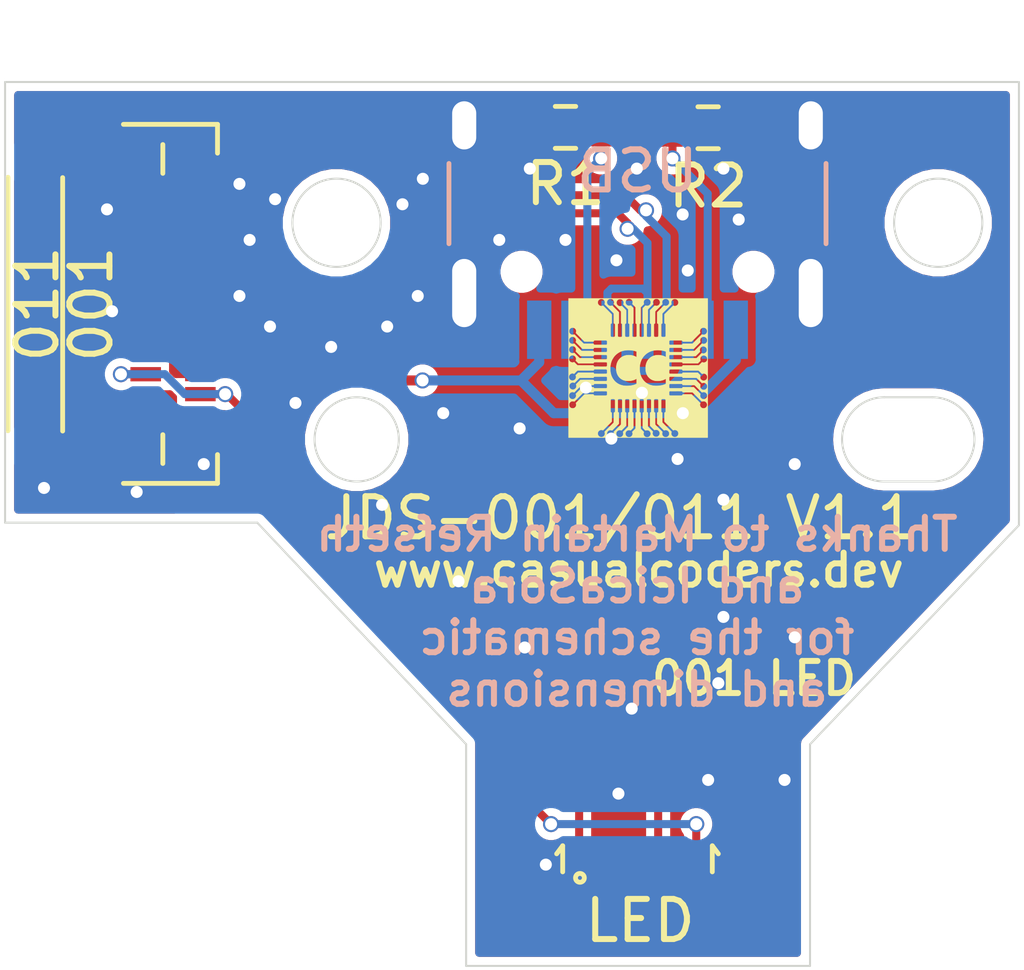
<source format=kicad_pcb>
(kicad_pcb (version 20171130) (host pcbnew "(5.1.10)-1")
  (layers (0 F.Cu signal) (31 B.Cu signal) (34 B.Paste user hide) (35 F.Paste user hide) (36 B.SilkS user) (37 F.SilkS user) (38 B.Mask user) (39 F.Mask user) (44 Edge.Cuts user))
  (net 0 "")
  (net 1 GND)
  (net 2 "Net-(J1-PadB5)")
  (net 3 "Net-(J1-PadA8)")
  (net 4 "Net-(J1-PadA5)")
  (net 5 "Net-(J1-PadB8)")
  (net 6 /d-)
  (net 7 /d+)
  (net 8 VCC)
  (net 9 /B)
  (net 10 /R)
  (net 11 /G)
  (net 12 /Annode)
  (module "MSL0104RGB:3.5mm CC_Logo" (layer F.Cu) (at 119.92 60.47)
    (fp_text reference G*** hide)
    (fp_text value LOGO hide)
  )
  (module Resistor_SMD:R_0603_1608Metric_Pad0.98x0.95mm_HandSolder (layer F.Cu) (at 121.666 54.48 180)
    (fp_text reference R2 (at 0 -1.4591) (layer F.SilkS))
    (fp_text value 5.1k)
    (pad 2 smd roundrect (at 0.9125 0 180) (size 0.975 0.95) (layers F.Cu F.Paste F.Mask) (net 2 "Net-(J1-PadB5)"))
    (pad 1 smd roundrect (at -0.9125 0 180) (size 0.975 0.95) (layers F.Cu F.Paste F.Mask) (net 1 GND))
  )
  (module Resistor_SMD:R_0603_1608Metric_Pad0.98x0.95mm_HandSolder (layer F.Cu) (at 118.11 54.4709)
    (fp_text reference R1 (at 0 1.4091) (layer F.SilkS))
    (fp_text value 5.1k)
    (pad 1 smd roundrect (at -0.9125 0) (size 0.975 0.95) (layers F.Cu F.Paste F.Mask) (net 1 GND))
    (pad 2 smd roundrect (at 0.9125 0) (size 0.975 0.95) (layers F.Cu F.Paste F.Mask) (net 4 "Net-(J1-PadA5)"))
  )
  (module Connector_USB:USB_C_Receptacle_HRO_TYPE-C-31-M-12 (layer B.Cu) (at 119.9049 55.4709)
    (fp_text reference USB (at -0.0042 0.0916) (layer B.SilkS) (effects (justify mirror)))
    (fp_text value USB_C_Receptacle_USB2.0 hide)
    (pad B1 smd rect (at 3.25 4.045) (size 0.6 1.45) (layers B.Cu B.Paste B.Mask) (net 1 GND))
    (pad A9 smd rect (at 2.45 4.045) (size 0.6 1.45) (layers B.Cu B.Paste B.Mask) (net 8 VCC))
    (pad B9 smd rect (at -2.45 4.045) (size 0.6 1.45) (layers B.Cu B.Paste B.Mask) (net 8 VCC))
    (pad B12 smd rect (at -3.25 4.045) (size 0.6 1.45) (layers B.Cu B.Paste B.Mask) (net 1 GND))
    (pad A1 smd rect (at -3.25 4.045) (size 0.6 1.45) (layers B.Cu B.Paste B.Mask) (net 1 GND))
    (pad A4 smd rect (at -2.45 4.045) (size 0.6 1.45) (layers B.Cu B.Paste B.Mask) (net 8 VCC))
    (pad B4 smd rect (at 2.45 4.045) (size 0.6 1.45) (layers B.Cu B.Paste B.Mask) (net 8 VCC))
    (pad A12 smd rect (at 3.25 4.045) (size 0.6 1.45) (layers B.Cu B.Paste B.Mask) (net 1 GND))
    (pad B8 smd rect (at -1.75 4.045) (size 0.3 1.45) (layers B.Cu B.Paste B.Mask) (net 5 "Net-(J1-PadB8)"))
    (pad A5 smd rect (at -1.25 4.045) (size 0.3 1.45) (layers B.Cu B.Paste B.Mask) (net 4 "Net-(J1-PadA5)"))
    (pad B7 smd rect (at -0.75 4.045) (size 0.3 1.45) (layers B.Cu B.Paste B.Mask) (net 6 /d-))
    (pad A7 smd rect (at 0.25 4.045) (size 0.3 1.45) (layers B.Cu B.Paste B.Mask) (net 6 /d-))
    (pad B6 smd rect (at 0.75 4.045) (size 0.3 1.45) (layers B.Cu B.Paste B.Mask) (net 7 /d+))
    (pad A8 smd rect (at 1.25 4.045) (size 0.3 1.45) (layers B.Cu B.Paste B.Mask) (net 3 "Net-(J1-PadA8)"))
    (pad B5 smd rect (at 1.75 4.045) (size 0.3 1.45) (layers B.Cu B.Paste B.Mask) (net 2 "Net-(J1-PadB5)"))
    (pad A6 smd rect (at -0.25 4.045) (size 0.3 1.45) (layers B.Cu B.Paste B.Mask) (net 7 /d+))
    (pad S1 thru_hole oval (at 4.32 3.13) (size 1 2.1) (drill oval 0.6 1.7) (layers *.Cu *.Mask) (net 1 GND))
    (pad S1 thru_hole oval (at -4.32 3.13) (size 1 2.1) (drill oval 0.6 1.7) (layers *.Cu *.Mask) (net 1 GND))
    (pad "" np_thru_hole circle (at -2.89 2.6) (size 0.65 0.65) (drill 0.65) (layers *.Cu *.Mask))
    (pad S1 thru_hole oval (at -4.32 -1.05) (size 1 1.6) (drill oval 0.6 1.2) (layers *.Cu *.Mask) (net 1 GND))
    (pad "" np_thru_hole circle (at 2.89 2.6) (size 0.65 0.65) (drill 0.65) (layers *.Cu *.Mask))
    (pad S1 thru_hole oval (at 4.32 -1.05) (size 1 1.6) (drill oval 0.6 1.2) (layers *.Cu *.Mask) (net 1 GND))
  )
  (module "Molex 503480-1400:503480-1400" (layer F.Cu) (at 107.5049 58.3709 270)
    (fp_text reference J2)
    (fp_text value Conn_01x14)
    (fp_text user 001 (at 0.5063 1.2186 90) (layer F.SilkS))
    (pad 16 smd rect (at 4.55 1.1466 270) (size 0.3556 1.0414) (layers F.Cu F.Paste F.Mask))
    (pad 15 smd rect (at -3.540001 1.1466 270) (size 0.3556 1.0414) (layers F.Cu F.Paste F.Mask))
    (pad 12 smd rect (at 2.75 -1.5034 270) (size 0.3556 0.762) (layers F.Cu F.Paste F.Mask) (net 10 /R))
    (pad 11 smd rect (at 2.250001 -1.5034 270) (size 0.3556 0.762) (layers F.Cu F.Paste F.Mask) (net 11 /G))
    (pad 10 smd rect (at 1.749999 -1.5034 270) (size 0.3556 0.762) (layers F.Cu F.Paste F.Mask) (net 1 GND))
    (pad 9 smd rect (at 1.25 -1.5034 270) (size 0.3556 0.762) (layers F.Cu F.Paste F.Mask) (net 8 VCC))
    (pad 8 smd rect (at 0.750001 -1.5034 270) (size 0.3556 0.762) (layers F.Cu F.Paste F.Mask) (net 8 VCC))
    (pad 7 smd rect (at 0.25 -1.5034 270) (size 0.3556 0.762) (layers F.Cu F.Paste F.Mask) (net 8 VCC))
    (pad 6 smd rect (at -0.25 -1.5034 270) (size 0.3556 0.762) (layers F.Cu F.Paste F.Mask) (net 1 GND))
    (pad 5 smd rect (at -0.750001 -1.5034 270) (size 0.3556 0.762) (layers F.Cu F.Paste F.Mask) (net 6 /d-))
    (pad 4 smd rect (at -1.25 -1.5034 270) (size 0.3556 0.762) (layers F.Cu F.Paste F.Mask) (net 1 GND))
    (pad 3 smd rect (at -1.749999 -1.5034 270) (size 0.3556 0.762) (layers F.Cu F.Paste F.Mask) (net 7 /d+))
    (pad 2 smd rect (at -2.250001 -1.5034 270) (size 0.3556 0.762) (layers F.Cu F.Paste F.Mask) (net 1 GND))
    (pad 1 smd rect (at -2.75 -1.5034 270) (size 0.3556 0.762) (layers F.Cu F.Paste F.Mask) (net 1 GND))
    (pad 13 smd rect (at 3.25 -1.5034 270) (size 0.3556 0.762) (layers F.Cu F.Paste F.Mask) (net 9 /B))
    (pad 14 smd rect (at 3.75 -1.4934 270) (size 0.3556 0.762) (layers F.Cu F.Paste F.Mask) (net 1 GND))
  )
  (module "Molex 5034801200:503480-1200" (layer F.Cu) (at 106.1418 58.874599 270)
    (fp_text reference 011 (at 0 1.2017 270) (layer F.SilkS))
    (fp_text value Conn_01x12 hide)
    (pad 14 smd rect (at 3.540001 1.1466 270) (size 0.3556 1.0414) (layers F.Cu F.Paste F.Mask))
    (pad 13 smd rect (at -3.540001 1.1466 270) (size 0.3556 1.0414) (layers F.Cu F.Paste F.Mask))
    (pad 12 smd rect (at 2.75 -1.5034 270) (size 0.3556 0.762) (layers F.Cu F.Paste F.Mask) (net 1 GND))
    (pad 11 smd rect (at 2.250001 -1.5034 270) (size 0.3556 0.762) (layers F.Cu F.Paste F.Mask) (net 9 /B))
    (pad 10 smd rect (at 1.749999 -1.5034 270) (size 0.3556 0.762) (layers F.Cu F.Paste F.Mask) (net 10 /R))
    (pad 9 smd rect (at 1.25 -1.5034 270) (size 0.3556 0.762) (layers F.Cu F.Paste F.Mask) (net 11 /G))
    (pad 8 smd rect (at 0.750001 -1.5034 270) (size 0.3556 0.762) (layers F.Cu F.Paste F.Mask) (net 12 /Annode))
    (pad 7 smd rect (at 0.25 -1.5034 270) (size 0.3556 0.762) (layers F.Cu F.Paste F.Mask) (net 1 GND))
    (pad 6 smd rect (at -0.25 -1.5034 270) (size 0.3556 0.762) (layers F.Cu F.Paste F.Mask) (net 8 VCC))
    (pad 5 smd rect (at -0.750001 -1.5034 270) (size 0.3556 0.762) (layers F.Cu F.Paste F.Mask) (net 8 VCC))
    (pad 4 smd rect (at -1.25 -1.5034 270) (size 0.3556 0.762) (layers F.Cu F.Paste F.Mask) (net 1 GND))
    (pad 3 smd rect (at -1.749999 -1.5034 270) (size 0.3556 0.762) (layers F.Cu F.Paste F.Mask) (net 6 /d-))
    (pad 2 smd rect (at -2.250001 -1.5034 270) (size 0.3556 0.762) (layers F.Cu F.Paste F.Mask) (net 7 /d+))
    (pad 1 smd rect (at -2.75 -1.5034 270) (size 0.3556 0.762) (layers F.Cu F.Paste F.Mask) (net 1 GND))
  )
  (module Resistor_SMD:R_0201_0603Metric (layer F.Cu) (at 122.809 68.199 90)
    (fp_text reference "001 LED" (at -0.011 0.001) (layer F.SilkS) (effects (font (size 0.8 0.8))))
    (fp_text value "Bridge for 001")
    (pad 2 smd roundrect (at 0.32 0 90) (size 0.46 0.4) (layers F.Cu F.Mask) (net 8 VCC))
    (pad 1 smd roundrect (at -0.32 0 90) (size 0.46 0.4) (layers F.Cu F.Mask) (net 12 /Annode))
  )
  (module New_LED:FM-3510RGBA-SG (layer F.Cu) (at 119.97 72.83)
    (fp_text reference LED (at 0 1.42) (layer F.SilkS))
    (fp_text value LED_RAGB)
    (pad 1 smd rect (at -1.52 -0.085) (size 0.6 0.5) (layers F.Cu F.Paste F.Mask) (net 10 /R))
    (pad 2 smd rect (at -0.45 0.04) (size 0.44 0.75) (layers F.Cu F.Paste F.Mask) (net 12 /Annode))
    (pad 3 smd rect (at 0.45 0.04) (size 0.44 0.75) (layers F.Cu F.Paste F.Mask) (net 11 /G))
    (pad 4 smd rect (at 1.4 -0.085) (size 0.6 0.5) (layers F.Cu F.Paste F.Mask) (net 9 /B))
  )
  (gr_text "Thanks to Martain Refseth\nand IcicaSora\nfor the schematic\nand dimensions" (at 119.888 66.548) (layer B.SilkS) (effects (font (size 0.8 0.8)) (justify mirror)))
  (gr_line (start 115.6335 75.3745) (end 124.206 75.3745) (layer Edge.Cuts) (width 0.05))
  (gr_line (start 104.14 64.3255) (end 110.4265 64.3255) (layer Edge.Cuts) (width 0.05))
  (gr_line (start 129.413 64.389) (end 129.413 53.34) (layer Edge.Cuts) (width 0.05))
  (gr_text www.casualcoders.dev (at 119.9388 65.51) (layer F.SilkS) (effects (font (size 0.8 0.8))))
  (gr_text "JDS-001/011 V1.1" (at 119.48 64.21) (layer F.SilkS) (effects (font (size 1 1))))
  (gr_line (start 124.206 75.3745) (end 124.206 69.84962) (layer Edge.Cuts) (width 0.05))
  (gr_arc (start 126.0549 62.24922) (end 126.0549 61.19922) (angle -180) (layer Edge.Cuts) (width 0.05))
  (gr_circle (center 112.9049 62.24922) (end 111.8549 62.24922) (layer Edge.Cuts) (width 0.05))
  (gr_line (start 115.6335 69.85) (end 110.4265 64.3255) (layer Edge.Cuts) (width 0.05))
  (gr_line (start 129.413 53.34) (end 104.14 53.34) (layer Edge.Cuts) (width 0.05))
  (gr_line (start 126.0549 61.19922) (end 127.2549 61.19922) (layer Edge.Cuts) (width 0.05))
  (gr_line (start 124.206 69.84962) (end 129.413 64.389) (layer Edge.Cuts) (width 0.05))
  (gr_line (start 127.2549 63.29922) (end 126.0549 63.29922) (layer Edge.Cuts) (width 0.05))
  (gr_circle (center 112.40212 56.84922) (end 111.30212 56.84922) (layer Edge.Cuts) (width 0.05))
  (gr_line (start 115.6335 75.3745) (end 115.6335 69.85) (layer Edge.Cuts) (width 0.05))
  (gr_arc (start 127.2549 62.24922) (end 127.2549 63.29922) (angle -180) (layer Edge.Cuts) (width 0.05))
  (gr_line (start 104.14 53.34) (end 104.14 64.3255) (layer Edge.Cuts) (width 0.05))
  (gr_circle (center 127.40212 56.84922) (end 126.30212 56.84922) (layer Edge.Cuts) (width 0.05))
  (via (at 106.807 59.055) (size 0.4) (drill 0.3) (layers F.Cu B.Cu) (net 1))
  (via (at 106.68 56.515) (size 0.4) (drill 0.3) (layers F.Cu B.Cu) (net 1))
  (via (at 109.982 58.674) (size 0.4) (drill 0.3) (layers F.Cu B.Cu) (net 1))
  (via (at 110.744 59.436) (size 0.4) (drill 0.3) (layers F.Cu B.Cu) (net 1))
  (via (at 112.268 59.944) (size 0.4) (drill 0.3) (layers F.Cu B.Cu) (net 1))
  (via (at 113.665 59.436) (size 0.4) (drill 0.3) (layers F.Cu B.Cu) (net 1))
  (via (at 114.427 58.674) (size 0.4) (drill 0.3) (layers F.Cu B.Cu) (net 1))
  (via (at 116.459 57.277) (size 0.4) (drill 0.3) (layers F.Cu B.Cu) (net 1))
  (via (at 118.11 57.277) (size 0.4) (drill 0.3) (layers F.Cu B.Cu) (net 1))
  (via (at 119.38 57.785) (size 0.4) (drill 0.3) (layers F.Cu B.Cu) (net 1))
  (via (at 121.158 58.039) (size 0.4) (drill 0.3) (layers F.Cu B.Cu) (net 1))
  (via (at 121.031 56.642) (size 0.4) (drill 0.3) (layers F.Cu B.Cu) (net 1))
  (via (at 119.888 55.499) (size 0.4) (drill 0.3) (layers F.Cu B.Cu) (net 1))
  (via (at 120.015 61.087) (size 0.4) (drill 0.3) (layers F.Cu B.Cu) (net 1))
  (via (at 118.618 60.96) (size 0.4) (drill 0.3) (layers F.Cu B.Cu) (net 1))
  (via (at 113.538 63.881) (size 0.4) (drill 0.3) (layers F.Cu B.Cu) (net 1))
  (via (at 115.443 65.786) (size 0.4) (drill 0.3) (layers F.Cu B.Cu) (net 1))
  (via (at 117.094 67.437) (size 0.4) (drill 0.3) (layers F.Cu B.Cu) (net 1))
  (via (at 123.571 70.739) (size 0.4) (drill 0.3) (layers F.Cu B.Cu) (net 1))
  (via (at 123.825 67.183) (size 0.4) (drill 0.3) (layers F.Cu B.Cu) (net 1))
  (via (at 123.825 62.865) (size 0.4) (drill 0.3) (layers F.Cu B.Cu) (net 1))
  (via (at 115.062 61.595) (size 0.4) (drill 0.3) (layers F.Cu B.Cu) (net 1))
  (via (at 116.967 61.976) (size 0.4) (drill 0.3) (layers F.Cu B.Cu) (net 1))
  (via (at 119.253 62.23) (size 0.4) (drill 0.3) (layers F.Cu B.Cu) (net 1))
  (via (at 122.428 56.769) (size 0.4) (drill 0.3) (layers F.Cu B.Cu) (net 1))
  (via (at 122.047 55.499) (size 0.4) (drill 0.3) (layers F.Cu B.Cu) (net 1))
  (via (at 117.221 55.499) (size 0.4) (drill 0.3) (layers F.Cu B.Cu) (net 1))
  (via (at 114.554 55.753) (size 0.4) (drill 0.3) (layers F.Cu B.Cu) (net 1))
  (via (at 114.046 56.388) (size 0.4) (drill 0.3) (layers F.Cu B.Cu) (net 1))
  (via (at 110.871 56.261) (size 0.4) (drill 0.3) (layers F.Cu B.Cu) (net 1))
  (via (at 109.982 55.88) (size 0.4) (drill 0.3) (layers F.Cu B.Cu) (net 1))
  (via (at 109.093 62.865) (size 0.4) (drill 0.3) (layers F.Cu B.Cu) (net 1))
  (via (at 111.379 61.341) (size 0.4) (drill 0.3) (layers F.Cu B.Cu) (net 1))
  (via (at 110.236 57.277) (size 0.4) (drill 0.3) (layers F.Cu B.Cu) (net 1))
  (segment (start 110.0799 57.1209) (end 110.236 57.277) (width 0.2) (layer F.Cu) (net 1))
  (segment (start 109.0083 57.1209) (end 110.0799 57.1209) (width 0.2) (layer F.Cu) (net 1))
  (via (at 121.666 70.739) (size 0.4) (drill 0.3) (layers F.Cu B.Cu) (net 1))
  (via (at 121.92 68.326) (size 0.4) (drill 0.3) (layers F.Cu B.Cu) (net 1))
  (via (at 119.761 68.961) (size 0.4) (drill 0.3) (layers F.Cu B.Cu) (net 1))
  (via (at 122.047 66.675) (size 0.4) (drill 0.3) (layers F.Cu B.Cu) (net 1))
  (via (at 122.047 63.754) (size 0.4) (drill 0.3) (layers F.Cu B.Cu) (net 1))
  (via (at 120.904 62.738) (size 0.4) (drill 0.3) (layers F.Cu B.Cu) (net 1))
  (via (at 105.11 63.46) (size 0.4) (drill 0.3) (layers F.Cu B.Cu) (net 1))
  (via (at 107.42 63.56) (size 0.4) (drill 0.3) (layers F.Cu B.Cu) (net 1))
  (via (at 117.62 72.85) (size 0.4) (drill 0.3) (layers F.Cu B.Cu) (net 1))
  (via (at 119.43 71.08) (size 0.4) (drill 0.3) (layers F.Cu B.Cu) (net 1))
  (segment (start 121.0049 54.4334) (end 120.9924 54.4209) (width 0.25) (layer F.Cu) (net 2))
  (via (at 120.777 55.245) (size 0.4) (drill 0.3) (layers F.Cu B.Cu) (net 2))
  (segment (start 121.6549 56.1229) (end 120.777 55.245) (width 0.2) (layer B.Cu) (net 2))
  (segment (start 121.6549 59.5159) (end 121.6549 56.1229) (width 0.2) (layer B.Cu) (net 2))
  (segment (start 120.777 54.4444) (end 120.7535 54.4209) (width 0.2) (layer F.Cu) (net 2))
  (segment (start 120.777 55.245) (end 120.777 54.4444) (width 0.2) (layer F.Cu) (net 2))
  (segment (start 118.7549 54.5209) (end 118.8049 54.4709) (width 0.25) (layer F.Cu) (net 4))
  (via (at 118.999 55.245) (size 0.4) (drill 0.3) (layers F.Cu B.Cu) (net 4))
  (segment (start 118.6549 55.5891) (end 118.999 55.245) (width 0.2) (layer B.Cu) (net 4))
  (segment (start 118.6549 59.5159) (end 118.6549 55.5891) (width 0.2) (layer B.Cu) (net 4))
  (segment (start 118.999 54.4944) (end 119.0225 54.4709) (width 0.2) (layer F.Cu) (net 4))
  (segment (start 118.999 55.245) (end 118.999 54.4944) (width 0.2) (layer F.Cu) (net 4))
  (segment (start 108.326201 57.206798) (end 108.244003 57.1246) (width 0.2) (layer F.Cu) (net 6))
  (segment (start 108.326201 57.537603) (end 108.326201 57.206798) (width 0.2) (layer F.Cu) (net 6))
  (segment (start 108.244003 57.1246) (end 107.6452 57.1246) (width 0.2) (layer F.Cu) (net 6))
  (segment (start 109.0083 57.620899) (end 108.409497 57.620899) (width 0.2) (layer F.Cu) (net 6))
  (segment (start 108.409497 57.620899) (end 108.326201 57.537603) (width 0.2) (layer F.Cu) (net 6))
  (via (at 119.65819 56.99881) (size 0.4) (drill 0.3) (layers F.Cu B.Cu) (net 6))
  (segment (start 120.1549 58.600898) (end 120.1549 59.5159) (width 0.2) (layer B.Cu) (net 6))
  (segment (start 119.254901 58.490899) (end 120.044901 58.490899) (width 0.2) (layer B.Cu) (net 6))
  (segment (start 120.044901 58.490899) (end 120.1549 58.600898) (width 0.2) (layer B.Cu) (net 6))
  (segment (start 119.1549 58.5909) (end 119.254901 58.490899) (width 0.2) (layer B.Cu) (net 6))
  (segment (start 119.1549 59.5159) (end 119.1549 58.5909) (width 0.2) (layer B.Cu) (net 6))
  (segment (start 119.65819 56.99881) (end 119.799611 56.99881) (width 0.2) (layer B.Cu) (net 6))
  (segment (start 120.1549 59.5159) (end 120.1549 57.3541) (width 0.2) (layer B.Cu) (net 6))
  (segment (start 119.799611 56.99881) (end 120.0464 57.2456) (width 0.2) (layer B.Cu) (net 6))
  (segment (start 120.1549 57.3541) (end 120.0464 57.2456) (width 0.2) (layer B.Cu) (net 6))
  (segment (start 109.668901 57.620899) (end 109.0083 57.620899) (width 0.2) (layer F.Cu) (net 6))
  (segment (start 111.201002 59.153) (end 109.668901 57.620899) (width 0.2) (layer F.Cu) (net 6))
  (segment (start 112.8692 59.153) (end 111.201002 59.153) (width 0.2) (layer F.Cu) (net 6))
  (segment (start 115.4092 56.613) (end 112.8692 59.153) (width 0.2) (layer F.Cu) (net 6))
  (segment (start 119.413801 56.613) (end 115.4092 56.613) (width 0.2) (layer F.Cu) (net 6))
  (segment (start 119.65819 56.857389) (end 119.413801 56.613) (width 0.2) (layer F.Cu) (net 6))
  (segment (start 119.65819 56.99881) (end 119.65819 56.857389) (width 0.2) (layer F.Cu) (net 6))
  (segment (start 107.6452 56.624598) (end 109.004603 56.624598) (width 0.2) (layer F.Cu) (net 7))
  (segment (start 109.004603 56.624598) (end 109.0083 56.620901) (width 0.2) (layer F.Cu) (net 7))
  (via (at 120.11781 56.53919) (size 0.4) (drill 0.3) (layers F.Cu B.Cu) (net 7))
  (segment (start 119.6549 60.430902) (end 119.6549 59.5159) (width 0.2) (layer B.Cu) (net 7))
  (segment (start 119.764899 60.540901) (end 119.6549 60.430902) (width 0.2) (layer B.Cu) (net 7))
  (segment (start 120.554899 60.540901) (end 119.764899 60.540901) (width 0.2) (layer B.Cu) (net 7))
  (segment (start 120.6549 60.4409) (end 120.554899 60.540901) (width 0.2) (layer B.Cu) (net 7))
  (segment (start 120.6549 59.5159) (end 120.6549 60.4409) (width 0.2) (layer B.Cu) (net 7))
  (segment (start 120.6299 59.4909) (end 120.6549 59.5159) (width 0.2) (layer B.Cu) (net 7))
  (segment (start 120.6299 57.192701) (end 120.6299 59.4909) (width 0.2) (layer B.Cu) (net 7))
  (segment (start 120.11781 56.680611) (end 120.6299 57.192701) (width 0.2) (layer B.Cu) (net 7))
  (segment (start 120.11781 56.53919) (end 120.11781 56.680611) (width 0.2) (layer B.Cu) (net 7))
  (segment (start 110.871 57.15) (end 110.341901 56.620901) (width 0.2) (layer F.Cu) (net 7))
  (segment (start 110.871 58.039) (end 110.871 57.15) (width 0.2) (layer F.Cu) (net 7))
  (segment (start 111.535 58.703) (end 110.871 58.039) (width 0.2) (layer F.Cu) (net 7))
  (segment (start 112.6828 58.703) (end 111.535 58.703) (width 0.2) (layer F.Cu) (net 7))
  (segment (start 110.341901 56.620901) (end 109.0083 56.620901) (width 0.2) (layer F.Cu) (net 7))
  (segment (start 115.2228 56.163) (end 112.6828 58.703) (width 0.2) (layer F.Cu) (net 7))
  (segment (start 119.600199 56.163) (end 115.2228 56.163) (width 0.2) (layer F.Cu) (net 7))
  (segment (start 119.976389 56.53919) (end 119.600199 56.163) (width 0.2) (layer F.Cu) (net 7))
  (segment (start 120.11781 56.53919) (end 119.976389 56.53919) (width 0.2) (layer F.Cu) (net 7))
  (segment (start 122.3549 59.5159) (end 122.3549 60.275902) (width 0.25) (layer B.Cu) (net 8))
  (segment (start 122.3549 60.275902) (end 121.034901 61.595901) (width 0.25) (layer B.Cu) (net 8))
  (segment (start 109.0083 59.120901) (end 109.6393 59.120901) (width 0.25) (layer F.Cu) (net 8))
  (segment (start 114.546168 60.779632) (end 117.00117 60.779632) (width 0.25) (layer B.Cu) (net 8))
  (segment (start 117.00117 60.779632) (end 117.4549 60.325902) (width 0.25) (layer B.Cu) (net 8))
  (segment (start 117.4549 60.325902) (end 117.4549 59.5159) (width 0.25) (layer B.Cu) (net 8))
  (segment (start 109.0083 59.120901) (end 109.0083 59.618098) (width 0.25) (layer F.Cu) (net 8))
  (segment (start 109.6393 59.120901) (end 111.298031 60.779632) (width 0.25) (layer F.Cu) (net 8))
  (segment (start 111.298031 60.779632) (end 114.546168 60.779632) (width 0.25) (layer F.Cu) (net 8))
  (segment (start 121.034901 61.595901) (end 117.817439 61.595901) (width 0.25) (layer B.Cu) (net 8))
  (segment (start 117.817439 61.595901) (end 117.00117 60.779632) (width 0.25) (layer B.Cu) (net 8))
  (via (at 114.546168 60.779632) (size 0.4) (drill 0.3) (layers F.Cu B.Cu) (net 8))
  (via (at 121.034901 61.595901) (size 0.4) (drill 0.3) (layers F.Cu B.Cu) (net 8))
  (segment (start 122.8549 67.8331) (end 122.809 67.879) (width 0.25) (layer F.Cu) (net 8))
  (segment (start 122.809 63.37) (end 121.034901 61.595901) (width 0.25) (layer F.Cu) (net 8))
  (segment (start 122.809 67.879) (end 122.809 63.37) (width 0.25) (layer F.Cu) (net 8))
  (segment (start 107.6452 58.624599) (end 107.6452 58.124598) (width 0.2) (layer F.Cu) (net 8))
  (segment (start 109.0083 59.120901) (end 109.0083 58.623701) (width 0.25) (layer F.Cu) (net 8))
  (segment (start 107.648899 58.6209) (end 107.6452 58.624599) (width 0.2) (layer F.Cu) (net 8))
  (segment (start 109.0083 58.6209) (end 107.648899 58.6209) (width 0.2) (layer F.Cu) (net 8))
  (segment (start 108.326201 61.206798) (end 108.244003 61.1246) (width 0.2) (layer F.Cu) (net 9))
  (segment (start 108.326201 61.537603) (end 108.326201 61.206798) (width 0.2) (layer F.Cu) (net 9))
  (segment (start 108.244003 61.1246) (end 107.6452 61.1246) (width 0.2) (layer F.Cu) (net 9))
  (segment (start 108.409498 61.6209) (end 108.326201 61.537603) (width 0.2) (layer F.Cu) (net 9))
  (segment (start 109.0083 61.6209) (end 108.409498 61.6209) (width 0.2) (layer F.Cu) (net 9))
  (segment (start 109.597102 61.6209) (end 110.236 62.259798) (width 0.2) (layer F.Cu) (net 9))
  (segment (start 109.0083 61.6209) (end 109.597102 61.6209) (width 0.2) (layer F.Cu) (net 9))
  (segment (start 110.236 62.259798) (end 110.236 62.958502) (width 0.2) (layer F.Cu) (net 9))
  (segment (start 116.873498 69.596) (end 110.236 62.958502) (width 0.2) (layer F.Cu) (net 9))
  (via (at 117.75 71.84) (size 0.4) (drill 0.3) (layers F.Cu B.Cu) (net 9))
  (segment (start 117.354908 71.444908) (end 117.75 71.84) (width 0.2) (layer F.Cu) (net 9))
  (segment (start 117.354908 70.07741) (end 117.354908 71.444908) (width 0.2) (layer F.Cu) (net 9))
  (segment (start 116.873498 69.596) (end 117.354908 70.07741) (width 0.2) (layer F.Cu) (net 9))
  (via (at 121.37 71.84) (size 0.4) (drill 0.3) (layers F.Cu B.Cu) (net 9))
  (segment (start 117.75 71.84) (end 121.37 71.84) (width 0.2) (layer B.Cu) (net 9))
  (segment (start 121.37 71.84) (end 121.37 72.745) (width 0.2) (layer F.Cu) (net 9))
  (segment (start 107.639998 60.6298) (end 107.6452 60.624598) (width 0.2) (layer F.Cu) (net 10))
  (via (at 107.02716 60.624599) (size 0.4) (drill 0.3) (layers F.Cu B.Cu) (net 10))
  (segment (start 107.645199 60.624599) (end 107.6452 60.624598) (width 0.2) (layer F.Cu) (net 10))
  (segment (start 107.02716 60.624599) (end 107.645199 60.624599) (width 0.2) (layer F.Cu) (net 10))
  (via (at 109.626341 61.120901) (size 0.4) (drill 0.3) (layers F.Cu B.Cu) (net 10))
  (segment (start 109.62634 61.1209) (end 109.626341 61.120901) (width 0.2) (layer F.Cu) (net 10))
  (segment (start 109.0083 61.1209) (end 109.62634 61.1209) (width 0.2) (layer F.Cu) (net 10))
  (segment (start 109.626341 61.120901) (end 108.618901 61.120901) (width 0.2) (layer B.Cu) (net 10))
  (segment (start 108.122599 60.624599) (end 107.02716 60.624599) (width 0.2) (layer B.Cu) (net 10))
  (segment (start 108.618901 61.120901) (end 108.122599 60.624599) (width 0.2) (layer B.Cu) (net 10))
  (segment (start 109.662802 61.120901) (end 109.626341 61.120901) (width 0.2) (layer F.Cu) (net 10))
  (segment (start 110.63601 62.09411) (end 109.662802 61.120901) (width 0.2) (layer F.Cu) (net 10))
  (segment (start 110.63601 62.792814) (end 110.63601 62.09411) (width 0.2) (layer F.Cu) (net 10))
  (segment (start 118.45 70.606804) (end 110.63601 62.792814) (width 0.2) (layer F.Cu) (net 10))
  (segment (start 118.45 72.745) (end 118.45 70.606804) (width 0.2) (layer F.Cu) (net 10))
  (segment (start 108.244003 60.124599) (end 107.6452 60.124599) (width 0.2) (layer F.Cu) (net 11))
  (segment (start 108.327299 60.5387) (end 108.327299 60.207895) (width 0.2) (layer F.Cu) (net 11))
  (segment (start 108.4095 60.620901) (end 108.327299 60.5387) (width 0.2) (layer F.Cu) (net 11))
  (segment (start 108.327299 60.207895) (end 108.244003 60.124599) (width 0.2) (layer F.Cu) (net 11))
  (segment (start 109.0083 60.620901) (end 108.4095 60.620901) (width 0.2) (layer F.Cu) (net 11))
  (segment (start 109.866342 60.6209) (end 111.03602 61.790578) (width 0.2) (layer F.Cu) (net 11))
  (segment (start 109.0083 60.620901) (end 109.866342 60.6209) (width 0.2) (layer F.Cu) (net 11))
  (segment (start 111.03602 61.790578) (end 111.03602 62.627126) (width 0.2) (layer F.Cu) (net 11))
  (segment (start 117.204874 68.79598) (end 118.50088 68.79598) (width 0.2) (layer F.Cu) (net 11))
  (segment (start 111.03602 62.627126) (end 117.204874 68.79598) (width 0.2) (layer F.Cu) (net 11))
  (segment (start 120.42 70.7151) (end 120.00745 70.30255) (width 0.2) (layer F.Cu) (net 11))
  (segment (start 120.42 72.87) (end 120.42 70.7151) (width 0.2) (layer F.Cu) (net 11))
  (segment (start 118.50088 68.79598) (end 120.00745 70.30255) (width 0.2) (layer F.Cu) (net 11))
  (segment (start 107.6489 59.6209) (end 107.6452 59.6246) (width 0.2) (layer F.Cu) (net 12))
  (segment (start 122.8549 68.5649) (end 122.809 68.519) (width 0.25) (layer F.Cu) (net 12))
  (segment (start 122.809 73.601) (end 122.809 72.6441) (width 0.2) (layer F.Cu) (net 12))
  (segment (start 122.37 74.04) (end 122.809 73.601) (width 0.2) (layer F.Cu) (net 12))
  (segment (start 122.809 72.6441) (end 122.809 68.519) (width 0.2) (layer F.Cu) (net 12))
  (segment (start 116.9549 73.4449) (end 117.55 74.04) (width 0.2) (layer F.Cu) (net 12))
  (segment (start 110.4658 63.754) (end 116.9549 70.2431) (width 0.2) (layer F.Cu) (net 12))
  (segment (start 116.9549 70.2431) (end 116.9549 73.4449) (width 0.2) (layer F.Cu) (net 12))
  (segment (start 108.675799 63.754) (end 110.4658 63.754) (width 0.2) (layer F.Cu) (net 12))
  (segment (start 106.299 60.071) (end 106.299 61.377201) (width 0.2) (layer F.Cu) (net 12))
  (segment (start 106.7454 59.6246) (end 106.299 60.071) (width 0.2) (layer F.Cu) (net 12))
  (segment (start 106.299 61.377201) (end 108.675799 63.754) (width 0.2) (layer F.Cu) (net 12))
  (segment (start 107.6452 59.6246) (end 106.7454 59.6246) (width 0.2) (layer F.Cu) (net 12))
  (segment (start 119.52 74.02) (end 119.5 74.04) (width 0.2) (layer F.Cu) (net 12))
  (segment (start 119.52 72.87) (end 119.52 74.02) (width 0.2) (layer F.Cu) (net 12))
  (segment (start 119.5 74.04) (end 122.37 74.04) (width 0.2) (layer F.Cu) (net 12))
  (segment (start 117.55 74.04) (end 119.5 74.04) (width 0.2) (layer F.Cu) (net 12))
  (zone (net 1) (net_name GND) (layer F.Cu) (connect_pads yes (clearance 0.2)) (min_thickness 0.2) (fill yes (arc_segments 32) (thermal_gap 0.25) (thermal_bridge_width 0.25))
    (polygon (pts (xy 129.413 64.389) (xy 124.206 69.85) (xy 124.206 75.3745) (xy 115.5065 75.3745) (xy 115.5065 69.85) (xy 110.1725 64.3255) (xy 104.013 64.3255) (xy 104.013 53.213) (xy 129.413 53.213)))
  )
  (zone (net 1) (net_name GND) (layer B.Cu) (connect_pads yes (clearance 0.2)) (min_thickness 0.2) (fill yes (arc_segments 32) (thermal_gap 0.25) (thermal_bridge_width 0.25))
    (polygon (pts (xy 129.54 64.4525) (xy 124.333 69.9135) (xy 124.333 75.5015) (xy 115.5065 75.5015) (xy 115.5065 69.9135) (xy 110.236 64.4525) (xy 104.013 64.4525) (xy 104.013 53.213) (xy 129.54 53.213)))
  )
)
</source>
